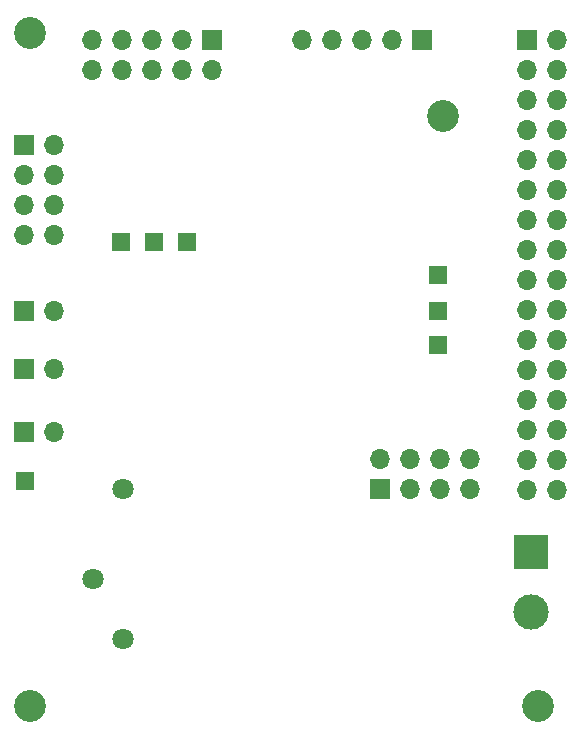
<source format=gbr>
%TF.GenerationSoftware,KiCad,Pcbnew,(6.0.6)*%
%TF.CreationDate,2022-09-22T18:41:47+01:00*%
%TF.ProjectId,ConverterBoard,436f6e76-6572-4746-9572-426f6172642e,rev?*%
%TF.SameCoordinates,Original*%
%TF.FileFunction,Soldermask,Bot*%
%TF.FilePolarity,Negative*%
%FSLAX46Y46*%
G04 Gerber Fmt 4.6, Leading zero omitted, Abs format (unit mm)*
G04 Created by KiCad (PCBNEW (6.0.6)) date 2022-09-22 18:41:47*
%MOMM*%
%LPD*%
G01*
G04 APERTURE LIST*
%ADD10C,2.700000*%
%ADD11R,1.700000X1.700000*%
%ADD12O,1.700000X1.700000*%
%ADD13R,1.500000X1.500000*%
%ADD14R,3.000000X3.000000*%
%ADD15C,3.000000*%
%ADD16C,1.800000*%
G04 APERTURE END LIST*
D10*
%TO.C,REF\u002A\u002A*%
X163500000Y-122500000D03*
%TD*%
%TO.C,REF\u002A\u002A*%
X120500000Y-122500000D03*
%TD*%
%TO.C,REF\u002A\u002A*%
X120500000Y-65500000D03*
%TD*%
%TO.C,REF\u002A\u002A*%
X155500000Y-72500000D03*
%TD*%
D11*
%TO.C,J3*%
X119975000Y-93950000D03*
D12*
X122515000Y-93950000D03*
%TD*%
D13*
%TO.C,TP3*%
X155000000Y-86000000D03*
%TD*%
D12*
%TO.C,ST-LINK1*%
X125730000Y-68580000D03*
X125730000Y-66040000D03*
X128270000Y-68580000D03*
X128270000Y-66040000D03*
X130810000Y-68580000D03*
X130810000Y-66040000D03*
X133350000Y-68580000D03*
X133350000Y-66040000D03*
X135890000Y-68580000D03*
D11*
X135890000Y-66040000D03*
%TD*%
D14*
%TO.C,J1*%
X162900000Y-109400000D03*
D15*
X162900000Y-114480000D03*
%TD*%
D16*
%TO.C,RV1*%
X128400000Y-104100000D03*
X125860000Y-111720000D03*
X128400000Y-116800000D03*
%TD*%
D11*
%TO.C,ENCODER1*%
X153665000Y-66040000D03*
D12*
X151125000Y-66040000D03*
X148585000Y-66040000D03*
X146045000Y-66040000D03*
X143505000Y-66040000D03*
%TD*%
%TO.C,J8*%
X122550000Y-82560000D03*
X120010000Y-82560000D03*
X122550000Y-80020000D03*
X120010000Y-80020000D03*
X122550000Y-77480000D03*
X120010000Y-77480000D03*
X122550000Y-74940000D03*
D11*
X120010000Y-74940000D03*
%TD*%
%TO.C,J5*%
X119975000Y-99300000D03*
D12*
X122515000Y-99300000D03*
%TD*%
D13*
%TO.C,TP1*%
X155000000Y-91900000D03*
%TD*%
%TO.C,TP6*%
X128200000Y-83200000D03*
%TD*%
%TO.C,TP4*%
X133800000Y-83200000D03*
%TD*%
%TO.C,TP2*%
X155000000Y-89000000D03*
%TD*%
%TO.C,TP7*%
X120100000Y-103400000D03*
%TD*%
D11*
%TO.C,J2*%
X120000000Y-89000000D03*
D12*
X122540000Y-89000000D03*
%TD*%
D13*
%TO.C,TP5*%
X131000000Y-83200000D03*
%TD*%
D11*
%TO.C,J6*%
X162555000Y-66040000D03*
D12*
X165095000Y-66040000D03*
X162555000Y-68580000D03*
X165095000Y-68580000D03*
X162555000Y-71120000D03*
X165095000Y-71120000D03*
X162555000Y-73660000D03*
X165095000Y-73660000D03*
X162555000Y-76200000D03*
X165095000Y-76200000D03*
X162555000Y-78740000D03*
X165095000Y-78740000D03*
X162555000Y-81280000D03*
X165095000Y-81280000D03*
X162555000Y-83820000D03*
X165095000Y-83820000D03*
X162555000Y-86360000D03*
X165095000Y-86360000D03*
X162555000Y-88900000D03*
X165095000Y-88900000D03*
X162555000Y-91440000D03*
X165095000Y-91440000D03*
X162555000Y-93980000D03*
X165095000Y-93980000D03*
X162555000Y-96520000D03*
X165095000Y-96520000D03*
X162555000Y-99060000D03*
X165095000Y-99060000D03*
X162555000Y-101600000D03*
X165095000Y-101600000D03*
X162555000Y-104140000D03*
X165095000Y-104140000D03*
%TD*%
D11*
%TO.C,J7*%
X150100000Y-104100000D03*
D12*
X150100000Y-101560000D03*
X152640000Y-104100000D03*
X152640000Y-101560000D03*
X155180000Y-104100000D03*
X155180000Y-101560000D03*
X157720000Y-104100000D03*
X157720000Y-101560000D03*
%TD*%
M02*

</source>
